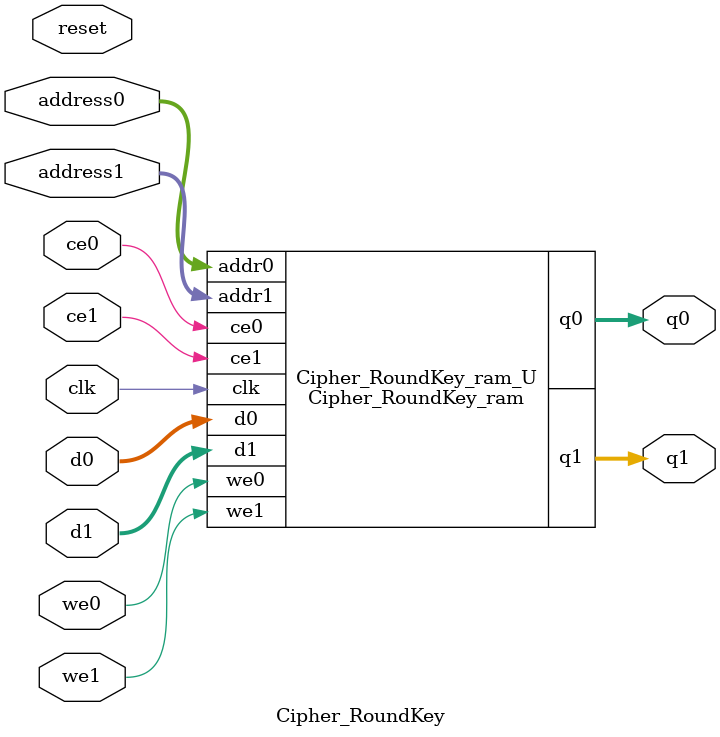
<source format=v>

`timescale 1 ns / 1 ps
module Cipher_RoundKey_ram (addr0, ce0, d0, we0, q0, addr1, ce1, d1, we1, q1,  clk);

parameter DWIDTH = 8;
parameter AWIDTH = 8;
parameter MEM_SIZE = 240;

input[AWIDTH-1:0] addr0;
input ce0;
input[DWIDTH-1:0] d0;
input we0;
output reg[DWIDTH-1:0] q0;
input[AWIDTH-1:0] addr1;
input ce1;
input[DWIDTH-1:0] d1;
input we1;
output reg[DWIDTH-1:0] q1;
input clk;

(* ram_style = "block" *)reg [DWIDTH-1:0] ram[0:MEM_SIZE-1];




always @(posedge clk)  
begin 
    if (ce0) 
    begin
        if (we0) 
        begin 
            ram[addr0] <= d0; 
            q0 <= d0;
        end 
        else 
            q0 <= ram[addr0];
    end
end


always @(posedge clk)  
begin 
    if (ce1) 
    begin
        if (we1) 
        begin 
            ram[addr1] <= d1; 
            q1 <= d1;
        end 
        else 
            q1 <= ram[addr1];
    end
end


endmodule


`timescale 1 ns / 1 ps
module Cipher_RoundKey(
    reset,
    clk,
    address0,
    ce0,
    we0,
    d0,
    q0,
    address1,
    ce1,
    we1,
    d1,
    q1);

parameter DataWidth = 32'd8;
parameter AddressRange = 32'd240;
parameter AddressWidth = 32'd8;
input reset;
input clk;
input[AddressWidth - 1:0] address0;
input ce0;
input we0;
input[DataWidth - 1:0] d0;
output[DataWidth - 1:0] q0;
input[AddressWidth - 1:0] address1;
input ce1;
input we1;
input[DataWidth - 1:0] d1;
output[DataWidth - 1:0] q1;



Cipher_RoundKey_ram Cipher_RoundKey_ram_U(
    .clk( clk ),
    .addr0( address0 ),
    .ce0( ce0 ),
    .d0( d0 ),
    .we0( we0 ),
    .q0( q0 ),
    .addr1( address1 ),
    .ce1( ce1 ),
    .d1( d1 ),
    .we1( we1 ),
    .q1( q1 ));

endmodule


</source>
